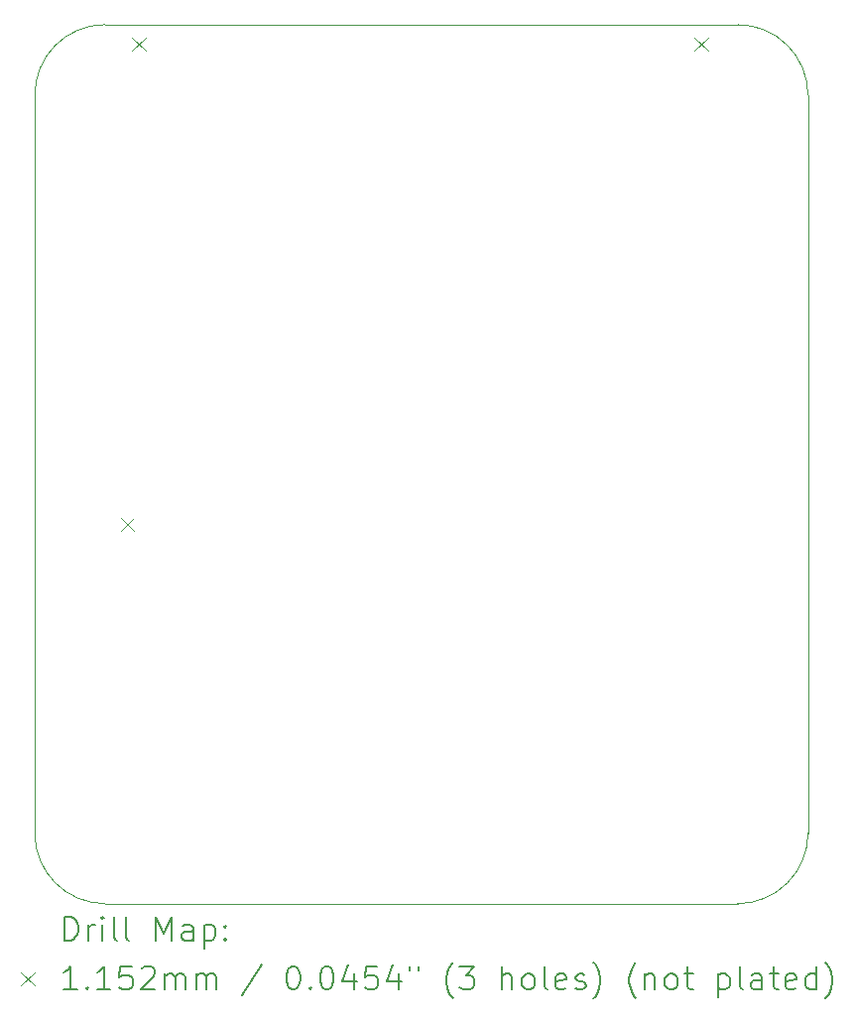
<source format=gbr>
%FSLAX45Y45*%
G04 Gerber Fmt 4.5, Leading zero omitted, Abs format (unit mm)*
G04 Created by KiCad (PCBNEW (6.0.2)) date 2022-07-28 14:32:28*
%MOMM*%
%LPD*%
G01*
G04 APERTURE LIST*
%TA.AperFunction,Profile*%
%ADD10C,0.050000*%
%TD*%
%ADD11C,0.200000*%
%ADD12C,0.115200*%
G04 APERTURE END LIST*
D10*
X8300000Y-14600000D02*
G75*
G03*
X8900000Y-15200000I600000J0D01*
G01*
X8900000Y-7700000D02*
X14300000Y-7700000D01*
X14300000Y-15200000D02*
G75*
G03*
X14900000Y-14600000I0J600000D01*
G01*
X14900000Y-14600000D02*
X14900000Y-8300000D01*
X8900000Y-7700000D02*
G75*
G03*
X8300000Y-8300000I0J-600000D01*
G01*
X8300000Y-14600000D02*
X8300000Y-8300000D01*
X14900000Y-8300000D02*
G75*
G03*
X14300000Y-7700000I-600000J0D01*
G01*
X8900000Y-15200000D02*
X14300000Y-15200000D01*
D11*
D12*
X9032400Y-11907400D02*
X9147600Y-12022600D01*
X9147600Y-11907400D02*
X9032400Y-12022600D01*
X9132400Y-7807400D02*
X9247600Y-7922600D01*
X9247600Y-7807400D02*
X9132400Y-7922600D01*
X13929900Y-7807400D02*
X14045100Y-7922600D01*
X14045100Y-7807400D02*
X13929900Y-7922600D01*
D11*
X8555119Y-15512976D02*
X8555119Y-15312976D01*
X8602738Y-15312976D01*
X8631310Y-15322500D01*
X8650357Y-15341548D01*
X8659881Y-15360595D01*
X8669405Y-15398690D01*
X8669405Y-15427262D01*
X8659881Y-15465357D01*
X8650357Y-15484405D01*
X8631310Y-15503452D01*
X8602738Y-15512976D01*
X8555119Y-15512976D01*
X8755119Y-15512976D02*
X8755119Y-15379643D01*
X8755119Y-15417738D02*
X8764643Y-15398690D01*
X8774167Y-15389167D01*
X8793214Y-15379643D01*
X8812262Y-15379643D01*
X8878929Y-15512976D02*
X8878929Y-15379643D01*
X8878929Y-15312976D02*
X8869405Y-15322500D01*
X8878929Y-15332024D01*
X8888452Y-15322500D01*
X8878929Y-15312976D01*
X8878929Y-15332024D01*
X9002738Y-15512976D02*
X8983690Y-15503452D01*
X8974167Y-15484405D01*
X8974167Y-15312976D01*
X9107500Y-15512976D02*
X9088452Y-15503452D01*
X9078929Y-15484405D01*
X9078929Y-15312976D01*
X9336071Y-15512976D02*
X9336071Y-15312976D01*
X9402738Y-15455833D01*
X9469405Y-15312976D01*
X9469405Y-15512976D01*
X9650357Y-15512976D02*
X9650357Y-15408214D01*
X9640833Y-15389167D01*
X9621786Y-15379643D01*
X9583690Y-15379643D01*
X9564643Y-15389167D01*
X9650357Y-15503452D02*
X9631310Y-15512976D01*
X9583690Y-15512976D01*
X9564643Y-15503452D01*
X9555119Y-15484405D01*
X9555119Y-15465357D01*
X9564643Y-15446309D01*
X9583690Y-15436786D01*
X9631310Y-15436786D01*
X9650357Y-15427262D01*
X9745595Y-15379643D02*
X9745595Y-15579643D01*
X9745595Y-15389167D02*
X9764643Y-15379643D01*
X9802738Y-15379643D01*
X9821786Y-15389167D01*
X9831310Y-15398690D01*
X9840833Y-15417738D01*
X9840833Y-15474881D01*
X9831310Y-15493928D01*
X9821786Y-15503452D01*
X9802738Y-15512976D01*
X9764643Y-15512976D01*
X9745595Y-15503452D01*
X9926548Y-15493928D02*
X9936071Y-15503452D01*
X9926548Y-15512976D01*
X9917024Y-15503452D01*
X9926548Y-15493928D01*
X9926548Y-15512976D01*
X9926548Y-15389167D02*
X9936071Y-15398690D01*
X9926548Y-15408214D01*
X9917024Y-15398690D01*
X9926548Y-15389167D01*
X9926548Y-15408214D01*
D12*
X8182300Y-15784900D02*
X8297500Y-15900100D01*
X8297500Y-15784900D02*
X8182300Y-15900100D01*
D11*
X8659881Y-15932976D02*
X8545595Y-15932976D01*
X8602738Y-15932976D02*
X8602738Y-15732976D01*
X8583690Y-15761548D01*
X8564643Y-15780595D01*
X8545595Y-15790119D01*
X8745595Y-15913928D02*
X8755119Y-15923452D01*
X8745595Y-15932976D01*
X8736071Y-15923452D01*
X8745595Y-15913928D01*
X8745595Y-15932976D01*
X8945595Y-15932976D02*
X8831310Y-15932976D01*
X8888452Y-15932976D02*
X8888452Y-15732976D01*
X8869405Y-15761548D01*
X8850357Y-15780595D01*
X8831310Y-15790119D01*
X9126548Y-15732976D02*
X9031310Y-15732976D01*
X9021786Y-15828214D01*
X9031310Y-15818690D01*
X9050357Y-15809167D01*
X9097976Y-15809167D01*
X9117024Y-15818690D01*
X9126548Y-15828214D01*
X9136071Y-15847262D01*
X9136071Y-15894881D01*
X9126548Y-15913928D01*
X9117024Y-15923452D01*
X9097976Y-15932976D01*
X9050357Y-15932976D01*
X9031310Y-15923452D01*
X9021786Y-15913928D01*
X9212262Y-15752024D02*
X9221786Y-15742500D01*
X9240833Y-15732976D01*
X9288452Y-15732976D01*
X9307500Y-15742500D01*
X9317024Y-15752024D01*
X9326548Y-15771071D01*
X9326548Y-15790119D01*
X9317024Y-15818690D01*
X9202738Y-15932976D01*
X9326548Y-15932976D01*
X9412262Y-15932976D02*
X9412262Y-15799643D01*
X9412262Y-15818690D02*
X9421786Y-15809167D01*
X9440833Y-15799643D01*
X9469405Y-15799643D01*
X9488452Y-15809167D01*
X9497976Y-15828214D01*
X9497976Y-15932976D01*
X9497976Y-15828214D02*
X9507500Y-15809167D01*
X9526548Y-15799643D01*
X9555119Y-15799643D01*
X9574167Y-15809167D01*
X9583690Y-15828214D01*
X9583690Y-15932976D01*
X9678929Y-15932976D02*
X9678929Y-15799643D01*
X9678929Y-15818690D02*
X9688452Y-15809167D01*
X9707500Y-15799643D01*
X9736071Y-15799643D01*
X9755119Y-15809167D01*
X9764643Y-15828214D01*
X9764643Y-15932976D01*
X9764643Y-15828214D02*
X9774167Y-15809167D01*
X9793214Y-15799643D01*
X9821786Y-15799643D01*
X9840833Y-15809167D01*
X9850357Y-15828214D01*
X9850357Y-15932976D01*
X10240833Y-15723452D02*
X10069405Y-15980595D01*
X10497976Y-15732976D02*
X10517024Y-15732976D01*
X10536071Y-15742500D01*
X10545595Y-15752024D01*
X10555119Y-15771071D01*
X10564643Y-15809167D01*
X10564643Y-15856786D01*
X10555119Y-15894881D01*
X10545595Y-15913928D01*
X10536071Y-15923452D01*
X10517024Y-15932976D01*
X10497976Y-15932976D01*
X10478929Y-15923452D01*
X10469405Y-15913928D01*
X10459881Y-15894881D01*
X10450357Y-15856786D01*
X10450357Y-15809167D01*
X10459881Y-15771071D01*
X10469405Y-15752024D01*
X10478929Y-15742500D01*
X10497976Y-15732976D01*
X10650357Y-15913928D02*
X10659881Y-15923452D01*
X10650357Y-15932976D01*
X10640833Y-15923452D01*
X10650357Y-15913928D01*
X10650357Y-15932976D01*
X10783690Y-15732976D02*
X10802738Y-15732976D01*
X10821786Y-15742500D01*
X10831310Y-15752024D01*
X10840833Y-15771071D01*
X10850357Y-15809167D01*
X10850357Y-15856786D01*
X10840833Y-15894881D01*
X10831310Y-15913928D01*
X10821786Y-15923452D01*
X10802738Y-15932976D01*
X10783690Y-15932976D01*
X10764643Y-15923452D01*
X10755119Y-15913928D01*
X10745595Y-15894881D01*
X10736071Y-15856786D01*
X10736071Y-15809167D01*
X10745595Y-15771071D01*
X10755119Y-15752024D01*
X10764643Y-15742500D01*
X10783690Y-15732976D01*
X11021786Y-15799643D02*
X11021786Y-15932976D01*
X10974167Y-15723452D02*
X10926548Y-15866309D01*
X11050357Y-15866309D01*
X11221786Y-15732976D02*
X11126548Y-15732976D01*
X11117024Y-15828214D01*
X11126548Y-15818690D01*
X11145595Y-15809167D01*
X11193214Y-15809167D01*
X11212262Y-15818690D01*
X11221786Y-15828214D01*
X11231309Y-15847262D01*
X11231309Y-15894881D01*
X11221786Y-15913928D01*
X11212262Y-15923452D01*
X11193214Y-15932976D01*
X11145595Y-15932976D01*
X11126548Y-15923452D01*
X11117024Y-15913928D01*
X11402738Y-15799643D02*
X11402738Y-15932976D01*
X11355119Y-15723452D02*
X11307500Y-15866309D01*
X11431309Y-15866309D01*
X11497976Y-15732976D02*
X11497976Y-15771071D01*
X11574167Y-15732976D02*
X11574167Y-15771071D01*
X11869405Y-16009167D02*
X11859881Y-15999643D01*
X11840833Y-15971071D01*
X11831309Y-15952024D01*
X11821786Y-15923452D01*
X11812262Y-15875833D01*
X11812262Y-15837738D01*
X11821786Y-15790119D01*
X11831309Y-15761548D01*
X11840833Y-15742500D01*
X11859881Y-15713928D01*
X11869405Y-15704405D01*
X11926548Y-15732976D02*
X12050357Y-15732976D01*
X11983690Y-15809167D01*
X12012262Y-15809167D01*
X12031309Y-15818690D01*
X12040833Y-15828214D01*
X12050357Y-15847262D01*
X12050357Y-15894881D01*
X12040833Y-15913928D01*
X12031309Y-15923452D01*
X12012262Y-15932976D01*
X11955119Y-15932976D01*
X11936071Y-15923452D01*
X11926548Y-15913928D01*
X12288452Y-15932976D02*
X12288452Y-15732976D01*
X12374167Y-15932976D02*
X12374167Y-15828214D01*
X12364643Y-15809167D01*
X12345595Y-15799643D01*
X12317024Y-15799643D01*
X12297976Y-15809167D01*
X12288452Y-15818690D01*
X12497976Y-15932976D02*
X12478928Y-15923452D01*
X12469405Y-15913928D01*
X12459881Y-15894881D01*
X12459881Y-15837738D01*
X12469405Y-15818690D01*
X12478928Y-15809167D01*
X12497976Y-15799643D01*
X12526548Y-15799643D01*
X12545595Y-15809167D01*
X12555119Y-15818690D01*
X12564643Y-15837738D01*
X12564643Y-15894881D01*
X12555119Y-15913928D01*
X12545595Y-15923452D01*
X12526548Y-15932976D01*
X12497976Y-15932976D01*
X12678928Y-15932976D02*
X12659881Y-15923452D01*
X12650357Y-15904405D01*
X12650357Y-15732976D01*
X12831309Y-15923452D02*
X12812262Y-15932976D01*
X12774167Y-15932976D01*
X12755119Y-15923452D01*
X12745595Y-15904405D01*
X12745595Y-15828214D01*
X12755119Y-15809167D01*
X12774167Y-15799643D01*
X12812262Y-15799643D01*
X12831309Y-15809167D01*
X12840833Y-15828214D01*
X12840833Y-15847262D01*
X12745595Y-15866309D01*
X12917024Y-15923452D02*
X12936071Y-15932976D01*
X12974167Y-15932976D01*
X12993214Y-15923452D01*
X13002738Y-15904405D01*
X13002738Y-15894881D01*
X12993214Y-15875833D01*
X12974167Y-15866309D01*
X12945595Y-15866309D01*
X12926548Y-15856786D01*
X12917024Y-15837738D01*
X12917024Y-15828214D01*
X12926548Y-15809167D01*
X12945595Y-15799643D01*
X12974167Y-15799643D01*
X12993214Y-15809167D01*
X13069405Y-16009167D02*
X13078928Y-15999643D01*
X13097976Y-15971071D01*
X13107500Y-15952024D01*
X13117024Y-15923452D01*
X13126548Y-15875833D01*
X13126548Y-15837738D01*
X13117024Y-15790119D01*
X13107500Y-15761548D01*
X13097976Y-15742500D01*
X13078928Y-15713928D01*
X13069405Y-15704405D01*
X13431309Y-16009167D02*
X13421786Y-15999643D01*
X13402738Y-15971071D01*
X13393214Y-15952024D01*
X13383690Y-15923452D01*
X13374167Y-15875833D01*
X13374167Y-15837738D01*
X13383690Y-15790119D01*
X13393214Y-15761548D01*
X13402738Y-15742500D01*
X13421786Y-15713928D01*
X13431309Y-15704405D01*
X13507500Y-15799643D02*
X13507500Y-15932976D01*
X13507500Y-15818690D02*
X13517024Y-15809167D01*
X13536071Y-15799643D01*
X13564643Y-15799643D01*
X13583690Y-15809167D01*
X13593214Y-15828214D01*
X13593214Y-15932976D01*
X13717024Y-15932976D02*
X13697976Y-15923452D01*
X13688452Y-15913928D01*
X13678928Y-15894881D01*
X13678928Y-15837738D01*
X13688452Y-15818690D01*
X13697976Y-15809167D01*
X13717024Y-15799643D01*
X13745595Y-15799643D01*
X13764643Y-15809167D01*
X13774167Y-15818690D01*
X13783690Y-15837738D01*
X13783690Y-15894881D01*
X13774167Y-15913928D01*
X13764643Y-15923452D01*
X13745595Y-15932976D01*
X13717024Y-15932976D01*
X13840833Y-15799643D02*
X13917024Y-15799643D01*
X13869405Y-15732976D02*
X13869405Y-15904405D01*
X13878928Y-15923452D01*
X13897976Y-15932976D01*
X13917024Y-15932976D01*
X14136071Y-15799643D02*
X14136071Y-15999643D01*
X14136071Y-15809167D02*
X14155119Y-15799643D01*
X14193214Y-15799643D01*
X14212262Y-15809167D01*
X14221786Y-15818690D01*
X14231309Y-15837738D01*
X14231309Y-15894881D01*
X14221786Y-15913928D01*
X14212262Y-15923452D01*
X14193214Y-15932976D01*
X14155119Y-15932976D01*
X14136071Y-15923452D01*
X14345595Y-15932976D02*
X14326548Y-15923452D01*
X14317024Y-15904405D01*
X14317024Y-15732976D01*
X14507500Y-15932976D02*
X14507500Y-15828214D01*
X14497976Y-15809167D01*
X14478928Y-15799643D01*
X14440833Y-15799643D01*
X14421786Y-15809167D01*
X14507500Y-15923452D02*
X14488452Y-15932976D01*
X14440833Y-15932976D01*
X14421786Y-15923452D01*
X14412262Y-15904405D01*
X14412262Y-15885357D01*
X14421786Y-15866309D01*
X14440833Y-15856786D01*
X14488452Y-15856786D01*
X14507500Y-15847262D01*
X14574167Y-15799643D02*
X14650357Y-15799643D01*
X14602738Y-15732976D02*
X14602738Y-15904405D01*
X14612262Y-15923452D01*
X14631309Y-15932976D01*
X14650357Y-15932976D01*
X14793214Y-15923452D02*
X14774167Y-15932976D01*
X14736071Y-15932976D01*
X14717024Y-15923452D01*
X14707500Y-15904405D01*
X14707500Y-15828214D01*
X14717024Y-15809167D01*
X14736071Y-15799643D01*
X14774167Y-15799643D01*
X14793214Y-15809167D01*
X14802738Y-15828214D01*
X14802738Y-15847262D01*
X14707500Y-15866309D01*
X14974167Y-15932976D02*
X14974167Y-15732976D01*
X14974167Y-15923452D02*
X14955119Y-15932976D01*
X14917024Y-15932976D01*
X14897976Y-15923452D01*
X14888452Y-15913928D01*
X14878928Y-15894881D01*
X14878928Y-15837738D01*
X14888452Y-15818690D01*
X14897976Y-15809167D01*
X14917024Y-15799643D01*
X14955119Y-15799643D01*
X14974167Y-15809167D01*
X15050357Y-16009167D02*
X15059881Y-15999643D01*
X15078928Y-15971071D01*
X15088452Y-15952024D01*
X15097976Y-15923452D01*
X15107500Y-15875833D01*
X15107500Y-15837738D01*
X15097976Y-15790119D01*
X15088452Y-15761548D01*
X15078928Y-15742500D01*
X15059881Y-15713928D01*
X15050357Y-15704405D01*
M02*

</source>
